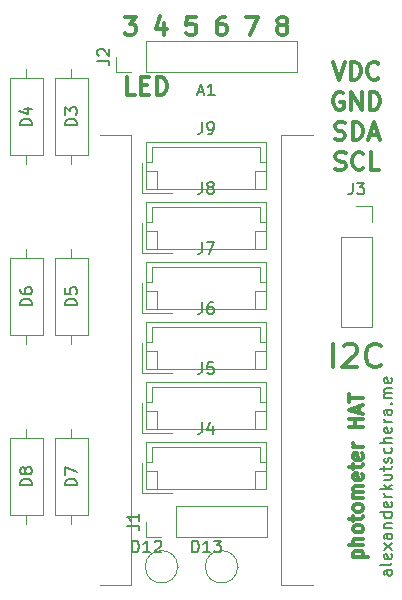
<source format=gbr>
G04 #@! TF.GenerationSoftware,KiCad,Pcbnew,(5.0.0-3-g5ebb6b6)*
G04 #@! TF.CreationDate,2019-02-02T18:47:35+01:00*
G04 #@! TF.ProjectId,tt_nano_HAT,74745F6E616E6F5F4841542E6B696361,rev?*
G04 #@! TF.SameCoordinates,Original*
G04 #@! TF.FileFunction,Legend,Top*
G04 #@! TF.FilePolarity,Positive*
%FSLAX46Y46*%
G04 Gerber Fmt 4.6, Leading zero omitted, Abs format (unit mm)*
G04 Created by KiCad (PCBNEW (5.0.0-3-g5ebb6b6)) date Saturday, 02. February 2019 um 18:47:35*
%MOMM*%
%LPD*%
G01*
G04 APERTURE LIST*
%ADD10C,0.300000*%
%ADD11C,0.200000*%
%ADD12C,0.120000*%
%ADD13C,0.150000*%
G04 APERTURE END LIST*
D10*
X163251428Y-42358571D02*
X164180000Y-42358571D01*
X163680000Y-42930000D01*
X163894285Y-42930000D01*
X164037142Y-43001428D01*
X164108571Y-43072857D01*
X164180000Y-43215714D01*
X164180000Y-43572857D01*
X164108571Y-43715714D01*
X164037142Y-43787142D01*
X163894285Y-43858571D01*
X163465714Y-43858571D01*
X163322857Y-43787142D01*
X163251428Y-43715714D01*
X166608571Y-42858571D02*
X166608571Y-43858571D01*
X166251428Y-42287142D02*
X165894285Y-43358571D01*
X166822857Y-43358571D01*
X169251428Y-42358571D02*
X168537142Y-42358571D01*
X168465714Y-43072857D01*
X168537142Y-43001428D01*
X168680000Y-42930000D01*
X169037142Y-42930000D01*
X169180000Y-43001428D01*
X169251428Y-43072857D01*
X169322857Y-43215714D01*
X169322857Y-43572857D01*
X169251428Y-43715714D01*
X169180000Y-43787142D01*
X169037142Y-43858571D01*
X168680000Y-43858571D01*
X168537142Y-43787142D01*
X168465714Y-43715714D01*
X171751428Y-42358571D02*
X171465714Y-42358571D01*
X171322857Y-42430000D01*
X171251428Y-42501428D01*
X171108571Y-42715714D01*
X171037142Y-43001428D01*
X171037142Y-43572857D01*
X171108571Y-43715714D01*
X171180000Y-43787142D01*
X171322857Y-43858571D01*
X171608571Y-43858571D01*
X171751428Y-43787142D01*
X171822857Y-43715714D01*
X171894285Y-43572857D01*
X171894285Y-43215714D01*
X171822857Y-43072857D01*
X171751428Y-43001428D01*
X171608571Y-42930000D01*
X171322857Y-42930000D01*
X171180000Y-43001428D01*
X171108571Y-43072857D01*
X171037142Y-43215714D01*
X173537142Y-42358571D02*
X174537142Y-42358571D01*
X173894285Y-43858571D01*
X176465714Y-43001428D02*
X176322857Y-42930000D01*
X176251428Y-42858571D01*
X176180000Y-42715714D01*
X176180000Y-42644285D01*
X176251428Y-42501428D01*
X176322857Y-42430000D01*
X176465714Y-42358571D01*
X176751428Y-42358571D01*
X176894285Y-42430000D01*
X176965714Y-42501428D01*
X177037142Y-42644285D01*
X177037142Y-42715714D01*
X176965714Y-42858571D01*
X176894285Y-42930000D01*
X176751428Y-43001428D01*
X176465714Y-43001428D01*
X176322857Y-43072857D01*
X176251428Y-43144285D01*
X176180000Y-43287142D01*
X176180000Y-43572857D01*
X176251428Y-43715714D01*
X176322857Y-43787142D01*
X176465714Y-43858571D01*
X176751428Y-43858571D01*
X176894285Y-43787142D01*
X176965714Y-43715714D01*
X177037142Y-43572857D01*
X177037142Y-43287142D01*
X176965714Y-43144285D01*
X176894285Y-43072857D01*
X176751428Y-43001428D01*
X182622857Y-88108571D02*
X183822857Y-88108571D01*
X182680000Y-88108571D02*
X182622857Y-87994285D01*
X182622857Y-87765714D01*
X182680000Y-87651428D01*
X182737142Y-87594285D01*
X182851428Y-87537142D01*
X183194285Y-87537142D01*
X183308571Y-87594285D01*
X183365714Y-87651428D01*
X183422857Y-87765714D01*
X183422857Y-87994285D01*
X183365714Y-88108571D01*
X183422857Y-87022857D02*
X182222857Y-87022857D01*
X183422857Y-86508571D02*
X182794285Y-86508571D01*
X182680000Y-86565714D01*
X182622857Y-86680000D01*
X182622857Y-86851428D01*
X182680000Y-86965714D01*
X182737142Y-87022857D01*
X183422857Y-85765714D02*
X183365714Y-85880000D01*
X183308571Y-85937142D01*
X183194285Y-85994285D01*
X182851428Y-85994285D01*
X182737142Y-85937142D01*
X182680000Y-85880000D01*
X182622857Y-85765714D01*
X182622857Y-85594285D01*
X182680000Y-85480000D01*
X182737142Y-85422857D01*
X182851428Y-85365714D01*
X183194285Y-85365714D01*
X183308571Y-85422857D01*
X183365714Y-85480000D01*
X183422857Y-85594285D01*
X183422857Y-85765714D01*
X182622857Y-85022857D02*
X182622857Y-84565714D01*
X182222857Y-84851428D02*
X183251428Y-84851428D01*
X183365714Y-84794285D01*
X183422857Y-84680000D01*
X183422857Y-84565714D01*
X183422857Y-83994285D02*
X183365714Y-84108571D01*
X183308571Y-84165714D01*
X183194285Y-84222857D01*
X182851428Y-84222857D01*
X182737142Y-84165714D01*
X182680000Y-84108571D01*
X182622857Y-83994285D01*
X182622857Y-83822857D01*
X182680000Y-83708571D01*
X182737142Y-83651428D01*
X182851428Y-83594285D01*
X183194285Y-83594285D01*
X183308571Y-83651428D01*
X183365714Y-83708571D01*
X183422857Y-83822857D01*
X183422857Y-83994285D01*
X183422857Y-83080000D02*
X182622857Y-83080000D01*
X182737142Y-83080000D02*
X182680000Y-83022857D01*
X182622857Y-82908571D01*
X182622857Y-82737142D01*
X182680000Y-82622857D01*
X182794285Y-82565714D01*
X183422857Y-82565714D01*
X182794285Y-82565714D02*
X182680000Y-82508571D01*
X182622857Y-82394285D01*
X182622857Y-82222857D01*
X182680000Y-82108571D01*
X182794285Y-82051428D01*
X183422857Y-82051428D01*
X183365714Y-81022857D02*
X183422857Y-81137142D01*
X183422857Y-81365714D01*
X183365714Y-81480000D01*
X183251428Y-81537142D01*
X182794285Y-81537142D01*
X182680000Y-81480000D01*
X182622857Y-81365714D01*
X182622857Y-81137142D01*
X182680000Y-81022857D01*
X182794285Y-80965714D01*
X182908571Y-80965714D01*
X183022857Y-81537142D01*
X182622857Y-80622857D02*
X182622857Y-80165714D01*
X182222857Y-80451428D02*
X183251428Y-80451428D01*
X183365714Y-80394285D01*
X183422857Y-80280000D01*
X183422857Y-80165714D01*
X183365714Y-79308571D02*
X183422857Y-79422857D01*
X183422857Y-79651428D01*
X183365714Y-79765714D01*
X183251428Y-79822857D01*
X182794285Y-79822857D01*
X182680000Y-79765714D01*
X182622857Y-79651428D01*
X182622857Y-79422857D01*
X182680000Y-79308571D01*
X182794285Y-79251428D01*
X182908571Y-79251428D01*
X183022857Y-79822857D01*
X183422857Y-78737142D02*
X182622857Y-78737142D01*
X182851428Y-78737142D02*
X182737142Y-78680000D01*
X182680000Y-78622857D01*
X182622857Y-78508571D01*
X182622857Y-78394285D01*
X183422857Y-77080000D02*
X182222857Y-77080000D01*
X182794285Y-77080000D02*
X182794285Y-76394285D01*
X183422857Y-76394285D02*
X182222857Y-76394285D01*
X183080000Y-75880000D02*
X183080000Y-75308571D01*
X183422857Y-75994285D02*
X182222857Y-75594285D01*
X183422857Y-75194285D01*
X182222857Y-74965714D02*
X182222857Y-74280000D01*
X183422857Y-74622857D02*
X182222857Y-74622857D01*
D11*
X185872380Y-89208571D02*
X185348571Y-89208571D01*
X185253333Y-89256190D01*
X185205714Y-89351428D01*
X185205714Y-89541904D01*
X185253333Y-89637142D01*
X185824761Y-89208571D02*
X185872380Y-89303809D01*
X185872380Y-89541904D01*
X185824761Y-89637142D01*
X185729523Y-89684761D01*
X185634285Y-89684761D01*
X185539047Y-89637142D01*
X185491428Y-89541904D01*
X185491428Y-89303809D01*
X185443809Y-89208571D01*
X185872380Y-88589523D02*
X185824761Y-88684761D01*
X185729523Y-88732380D01*
X184872380Y-88732380D01*
X185824761Y-87827619D02*
X185872380Y-87922857D01*
X185872380Y-88113333D01*
X185824761Y-88208571D01*
X185729523Y-88256190D01*
X185348571Y-88256190D01*
X185253333Y-88208571D01*
X185205714Y-88113333D01*
X185205714Y-87922857D01*
X185253333Y-87827619D01*
X185348571Y-87780000D01*
X185443809Y-87780000D01*
X185539047Y-88256190D01*
X185872380Y-87446666D02*
X185205714Y-86922857D01*
X185205714Y-87446666D02*
X185872380Y-86922857D01*
X185872380Y-86113333D02*
X185348571Y-86113333D01*
X185253333Y-86160952D01*
X185205714Y-86256190D01*
X185205714Y-86446666D01*
X185253333Y-86541904D01*
X185824761Y-86113333D02*
X185872380Y-86208571D01*
X185872380Y-86446666D01*
X185824761Y-86541904D01*
X185729523Y-86589523D01*
X185634285Y-86589523D01*
X185539047Y-86541904D01*
X185491428Y-86446666D01*
X185491428Y-86208571D01*
X185443809Y-86113333D01*
X185205714Y-85637142D02*
X185872380Y-85637142D01*
X185300952Y-85637142D02*
X185253333Y-85589523D01*
X185205714Y-85494285D01*
X185205714Y-85351428D01*
X185253333Y-85256190D01*
X185348571Y-85208571D01*
X185872380Y-85208571D01*
X185872380Y-84303809D02*
X184872380Y-84303809D01*
X185824761Y-84303809D02*
X185872380Y-84399047D01*
X185872380Y-84589523D01*
X185824761Y-84684761D01*
X185777142Y-84732380D01*
X185681904Y-84780000D01*
X185396190Y-84780000D01*
X185300952Y-84732380D01*
X185253333Y-84684761D01*
X185205714Y-84589523D01*
X185205714Y-84399047D01*
X185253333Y-84303809D01*
X185824761Y-83446666D02*
X185872380Y-83541904D01*
X185872380Y-83732380D01*
X185824761Y-83827619D01*
X185729523Y-83875238D01*
X185348571Y-83875238D01*
X185253333Y-83827619D01*
X185205714Y-83732380D01*
X185205714Y-83541904D01*
X185253333Y-83446666D01*
X185348571Y-83399047D01*
X185443809Y-83399047D01*
X185539047Y-83875238D01*
X185872380Y-82970476D02*
X185205714Y-82970476D01*
X185396190Y-82970476D02*
X185300952Y-82922857D01*
X185253333Y-82875238D01*
X185205714Y-82780000D01*
X185205714Y-82684761D01*
X185872380Y-82351428D02*
X184872380Y-82351428D01*
X185491428Y-82256190D02*
X185872380Y-81970476D01*
X185205714Y-81970476D02*
X185586666Y-82351428D01*
X185205714Y-81113333D02*
X185872380Y-81113333D01*
X185205714Y-81541904D02*
X185729523Y-81541904D01*
X185824761Y-81494285D01*
X185872380Y-81399047D01*
X185872380Y-81256190D01*
X185824761Y-81160952D01*
X185777142Y-81113333D01*
X185205714Y-80780000D02*
X185205714Y-80399047D01*
X184872380Y-80637142D02*
X185729523Y-80637142D01*
X185824761Y-80589523D01*
X185872380Y-80494285D01*
X185872380Y-80399047D01*
X185824761Y-80113333D02*
X185872380Y-80018095D01*
X185872380Y-79827619D01*
X185824761Y-79732380D01*
X185729523Y-79684761D01*
X185681904Y-79684761D01*
X185586666Y-79732380D01*
X185539047Y-79827619D01*
X185539047Y-79970476D01*
X185491428Y-80065714D01*
X185396190Y-80113333D01*
X185348571Y-80113333D01*
X185253333Y-80065714D01*
X185205714Y-79970476D01*
X185205714Y-79827619D01*
X185253333Y-79732380D01*
X185824761Y-78827619D02*
X185872380Y-78922857D01*
X185872380Y-79113333D01*
X185824761Y-79208571D01*
X185777142Y-79256190D01*
X185681904Y-79303809D01*
X185396190Y-79303809D01*
X185300952Y-79256190D01*
X185253333Y-79208571D01*
X185205714Y-79113333D01*
X185205714Y-78922857D01*
X185253333Y-78827619D01*
X185872380Y-78399047D02*
X184872380Y-78399047D01*
X185872380Y-77970476D02*
X185348571Y-77970476D01*
X185253333Y-78018095D01*
X185205714Y-78113333D01*
X185205714Y-78256190D01*
X185253333Y-78351428D01*
X185300952Y-78399047D01*
X185824761Y-77113333D02*
X185872380Y-77208571D01*
X185872380Y-77399047D01*
X185824761Y-77494285D01*
X185729523Y-77541904D01*
X185348571Y-77541904D01*
X185253333Y-77494285D01*
X185205714Y-77399047D01*
X185205714Y-77208571D01*
X185253333Y-77113333D01*
X185348571Y-77065714D01*
X185443809Y-77065714D01*
X185539047Y-77541904D01*
X185872380Y-76637142D02*
X185205714Y-76637142D01*
X185396190Y-76637142D02*
X185300952Y-76589523D01*
X185253333Y-76541904D01*
X185205714Y-76446666D01*
X185205714Y-76351428D01*
X185872380Y-75589523D02*
X185348571Y-75589523D01*
X185253333Y-75637142D01*
X185205714Y-75732380D01*
X185205714Y-75922857D01*
X185253333Y-76018095D01*
X185824761Y-75589523D02*
X185872380Y-75684761D01*
X185872380Y-75922857D01*
X185824761Y-76018095D01*
X185729523Y-76065714D01*
X185634285Y-76065714D01*
X185539047Y-76018095D01*
X185491428Y-75922857D01*
X185491428Y-75684761D01*
X185443809Y-75589523D01*
X185777142Y-75113333D02*
X185824761Y-75065714D01*
X185872380Y-75113333D01*
X185824761Y-75160952D01*
X185777142Y-75113333D01*
X185872380Y-75113333D01*
X185872380Y-74637142D02*
X185205714Y-74637142D01*
X185300952Y-74637142D02*
X185253333Y-74589523D01*
X185205714Y-74494285D01*
X185205714Y-74351428D01*
X185253333Y-74256190D01*
X185348571Y-74208571D01*
X185872380Y-74208571D01*
X185348571Y-74208571D02*
X185253333Y-74160952D01*
X185205714Y-74065714D01*
X185205714Y-73922857D01*
X185253333Y-73827619D01*
X185348571Y-73780000D01*
X185872380Y-73780000D01*
X185824761Y-72922857D02*
X185872380Y-73018095D01*
X185872380Y-73208571D01*
X185824761Y-73303809D01*
X185729523Y-73351428D01*
X185348571Y-73351428D01*
X185253333Y-73303809D01*
X185205714Y-73208571D01*
X185205714Y-73018095D01*
X185253333Y-72922857D01*
X185348571Y-72875238D01*
X185443809Y-72875238D01*
X185539047Y-73351428D01*
D10*
X180880000Y-46153571D02*
X181380000Y-47653571D01*
X181880000Y-46153571D01*
X182380000Y-47653571D02*
X182380000Y-46153571D01*
X182737142Y-46153571D01*
X182951428Y-46225000D01*
X183094285Y-46367857D01*
X183165714Y-46510714D01*
X183237142Y-46796428D01*
X183237142Y-47010714D01*
X183165714Y-47296428D01*
X183094285Y-47439285D01*
X182951428Y-47582142D01*
X182737142Y-47653571D01*
X182380000Y-47653571D01*
X184737142Y-47510714D02*
X184665714Y-47582142D01*
X184451428Y-47653571D01*
X184308571Y-47653571D01*
X184094285Y-47582142D01*
X183951428Y-47439285D01*
X183880000Y-47296428D01*
X183808571Y-47010714D01*
X183808571Y-46796428D01*
X183880000Y-46510714D01*
X183951428Y-46367857D01*
X184094285Y-46225000D01*
X184308571Y-46153571D01*
X184451428Y-46153571D01*
X184665714Y-46225000D01*
X184737142Y-46296428D01*
X181737142Y-48775000D02*
X181594285Y-48703571D01*
X181380000Y-48703571D01*
X181165714Y-48775000D01*
X181022857Y-48917857D01*
X180951428Y-49060714D01*
X180880000Y-49346428D01*
X180880000Y-49560714D01*
X180951428Y-49846428D01*
X181022857Y-49989285D01*
X181165714Y-50132142D01*
X181380000Y-50203571D01*
X181522857Y-50203571D01*
X181737142Y-50132142D01*
X181808571Y-50060714D01*
X181808571Y-49560714D01*
X181522857Y-49560714D01*
X182451428Y-50203571D02*
X182451428Y-48703571D01*
X183308571Y-50203571D01*
X183308571Y-48703571D01*
X184022857Y-50203571D02*
X184022857Y-48703571D01*
X184380000Y-48703571D01*
X184594285Y-48775000D01*
X184737142Y-48917857D01*
X184808571Y-49060714D01*
X184880000Y-49346428D01*
X184880000Y-49560714D01*
X184808571Y-49846428D01*
X184737142Y-49989285D01*
X184594285Y-50132142D01*
X184380000Y-50203571D01*
X184022857Y-50203571D01*
X181058571Y-52682142D02*
X181272857Y-52753571D01*
X181630000Y-52753571D01*
X181772857Y-52682142D01*
X181844285Y-52610714D01*
X181915714Y-52467857D01*
X181915714Y-52325000D01*
X181844285Y-52182142D01*
X181772857Y-52110714D01*
X181630000Y-52039285D01*
X181344285Y-51967857D01*
X181201428Y-51896428D01*
X181130000Y-51825000D01*
X181058571Y-51682142D01*
X181058571Y-51539285D01*
X181130000Y-51396428D01*
X181201428Y-51325000D01*
X181344285Y-51253571D01*
X181701428Y-51253571D01*
X181915714Y-51325000D01*
X182558571Y-52753571D02*
X182558571Y-51253571D01*
X182915714Y-51253571D01*
X183130000Y-51325000D01*
X183272857Y-51467857D01*
X183344285Y-51610714D01*
X183415714Y-51896428D01*
X183415714Y-52110714D01*
X183344285Y-52396428D01*
X183272857Y-52539285D01*
X183130000Y-52682142D01*
X182915714Y-52753571D01*
X182558571Y-52753571D01*
X183987142Y-52325000D02*
X184701428Y-52325000D01*
X183844285Y-52753571D02*
X184344285Y-51253571D01*
X184844285Y-52753571D01*
X181094285Y-55232142D02*
X181308571Y-55303571D01*
X181665714Y-55303571D01*
X181808571Y-55232142D01*
X181880000Y-55160714D01*
X181951428Y-55017857D01*
X181951428Y-54875000D01*
X181880000Y-54732142D01*
X181808571Y-54660714D01*
X181665714Y-54589285D01*
X181380000Y-54517857D01*
X181237142Y-54446428D01*
X181165714Y-54375000D01*
X181094285Y-54232142D01*
X181094285Y-54089285D01*
X181165714Y-53946428D01*
X181237142Y-53875000D01*
X181380000Y-53803571D01*
X181737142Y-53803571D01*
X181951428Y-53875000D01*
X183451428Y-55160714D02*
X183380000Y-55232142D01*
X183165714Y-55303571D01*
X183022857Y-55303571D01*
X182808571Y-55232142D01*
X182665714Y-55089285D01*
X182594285Y-54946428D01*
X182522857Y-54660714D01*
X182522857Y-54446428D01*
X182594285Y-54160714D01*
X182665714Y-54017857D01*
X182808571Y-53875000D01*
X183022857Y-53803571D01*
X183165714Y-53803571D01*
X183380000Y-53875000D01*
X183451428Y-53946428D01*
X184808571Y-55303571D02*
X184094285Y-55303571D01*
X184094285Y-53803571D01*
X164135714Y-48938571D02*
X163421428Y-48938571D01*
X163421428Y-47438571D01*
X164635714Y-48152857D02*
X165135714Y-48152857D01*
X165350000Y-48938571D02*
X164635714Y-48938571D01*
X164635714Y-47438571D01*
X165350000Y-47438571D01*
X165992857Y-48938571D02*
X165992857Y-47438571D01*
X166350000Y-47438571D01*
X166564285Y-47510000D01*
X166707142Y-47652857D01*
X166778571Y-47795714D01*
X166850000Y-48081428D01*
X166850000Y-48295714D01*
X166778571Y-48581428D01*
X166707142Y-48724285D01*
X166564285Y-48867142D01*
X166350000Y-48938571D01*
X165992857Y-48938571D01*
X180927619Y-72024761D02*
X180927619Y-70024761D01*
X181784761Y-70215238D02*
X181880000Y-70120000D01*
X182070476Y-70024761D01*
X182546666Y-70024761D01*
X182737142Y-70120000D01*
X182832380Y-70215238D01*
X182927619Y-70405714D01*
X182927619Y-70596190D01*
X182832380Y-70881904D01*
X181689523Y-72024761D01*
X182927619Y-72024761D01*
X184927619Y-71834285D02*
X184832380Y-71929523D01*
X184546666Y-72024761D01*
X184356190Y-72024761D01*
X184070476Y-71929523D01*
X183880000Y-71739047D01*
X183784761Y-71548571D01*
X183689523Y-71167619D01*
X183689523Y-70881904D01*
X183784761Y-70500952D01*
X183880000Y-70310476D01*
X184070476Y-70120000D01*
X184356190Y-70024761D01*
X184546666Y-70024761D01*
X184832380Y-70120000D01*
X184927619Y-70215238D01*
D12*
G04 #@! TO.C,A1*
X163800000Y-54885001D02*
X163800000Y-52345001D01*
X163800000Y-52345001D02*
X161130000Y-52345001D01*
X176500000Y-52345001D02*
X179170000Y-52345001D01*
X176500000Y-52345001D02*
X176500000Y-90445001D01*
X176500000Y-90445001D02*
X179170000Y-90445001D01*
X163800000Y-54885001D02*
X163800000Y-90445001D01*
X163800000Y-90445001D02*
X161130000Y-90445001D01*
G04 #@! TO.C,D4*
X154940000Y-46760000D02*
X154940000Y-47530000D01*
X154940000Y-54840000D02*
X154940000Y-54070000D01*
X153570000Y-47530000D02*
X153570000Y-54070000D01*
X156310000Y-47530000D02*
X153570000Y-47530000D01*
X156310000Y-54070000D02*
X156310000Y-47530000D01*
X153570000Y-54070000D02*
X156310000Y-54070000D01*
G04 #@! TO.C,J2*
X177860000Y-47050000D02*
X177860000Y-44390000D01*
X165100000Y-47050000D02*
X177860000Y-47050000D01*
X165100000Y-44390000D02*
X177860000Y-44390000D01*
X165100000Y-47050000D02*
X165100000Y-44390000D01*
X163830000Y-47050000D02*
X162500000Y-47050000D01*
X162500000Y-47050000D02*
X162500000Y-45720000D01*
G04 #@! TO.C,J3*
X181550000Y-60960000D02*
X184210000Y-60960000D01*
X181550000Y-60960000D02*
X181550000Y-68640000D01*
X181550000Y-68640000D02*
X184210000Y-68640000D01*
X184210000Y-60960000D02*
X184210000Y-68640000D01*
X184210000Y-58360000D02*
X184210000Y-59690000D01*
X182880000Y-58360000D02*
X184210000Y-58360000D01*
G04 #@! TO.C,J4*
X164730000Y-82620000D02*
X167230000Y-82620000D01*
X164730000Y-80120000D02*
X164730000Y-82620000D01*
X174250000Y-80820000D02*
X174250000Y-82320000D01*
X175250000Y-80820000D02*
X174250000Y-80820000D01*
X166030000Y-80820000D02*
X166030000Y-82320000D01*
X165030000Y-80820000D02*
X166030000Y-80820000D01*
X174750000Y-80010000D02*
X175250000Y-80010000D01*
X174750000Y-78800000D02*
X174750000Y-80010000D01*
X165530000Y-78800000D02*
X174750000Y-78800000D01*
X165530000Y-80010000D02*
X165530000Y-78800000D01*
X165030000Y-80010000D02*
X165530000Y-80010000D01*
X175250000Y-78300000D02*
X165030000Y-78300000D01*
X175250000Y-82320000D02*
X175250000Y-78300000D01*
X165030000Y-82320000D02*
X175250000Y-82320000D01*
X165030000Y-78300000D02*
X165030000Y-82320000D01*
G04 #@! TO.C,J5*
X165030000Y-73220000D02*
X165030000Y-77240000D01*
X165030000Y-77240000D02*
X175250000Y-77240000D01*
X175250000Y-77240000D02*
X175250000Y-73220000D01*
X175250000Y-73220000D02*
X165030000Y-73220000D01*
X165030000Y-74930000D02*
X165530000Y-74930000D01*
X165530000Y-74930000D02*
X165530000Y-73720000D01*
X165530000Y-73720000D02*
X174750000Y-73720000D01*
X174750000Y-73720000D02*
X174750000Y-74930000D01*
X174750000Y-74930000D02*
X175250000Y-74930000D01*
X165030000Y-75740000D02*
X166030000Y-75740000D01*
X166030000Y-75740000D02*
X166030000Y-77240000D01*
X175250000Y-75740000D02*
X174250000Y-75740000D01*
X174250000Y-75740000D02*
X174250000Y-77240000D01*
X164730000Y-75040000D02*
X164730000Y-77540000D01*
X164730000Y-77540000D02*
X167230000Y-77540000D01*
G04 #@! TO.C,J6*
X164730000Y-72460000D02*
X167230000Y-72460000D01*
X164730000Y-69960000D02*
X164730000Y-72460000D01*
X174250000Y-70660000D02*
X174250000Y-72160000D01*
X175250000Y-70660000D02*
X174250000Y-70660000D01*
X166030000Y-70660000D02*
X166030000Y-72160000D01*
X165030000Y-70660000D02*
X166030000Y-70660000D01*
X174750000Y-69850000D02*
X175250000Y-69850000D01*
X174750000Y-68640000D02*
X174750000Y-69850000D01*
X165530000Y-68640000D02*
X174750000Y-68640000D01*
X165530000Y-69850000D02*
X165530000Y-68640000D01*
X165030000Y-69850000D02*
X165530000Y-69850000D01*
X175250000Y-68140000D02*
X165030000Y-68140000D01*
X175250000Y-72160000D02*
X175250000Y-68140000D01*
X165030000Y-72160000D02*
X175250000Y-72160000D01*
X165030000Y-68140000D02*
X165030000Y-72160000D01*
G04 #@! TO.C,J7*
X165030000Y-63060000D02*
X165030000Y-67080000D01*
X165030000Y-67080000D02*
X175250000Y-67080000D01*
X175250000Y-67080000D02*
X175250000Y-63060000D01*
X175250000Y-63060000D02*
X165030000Y-63060000D01*
X165030000Y-64770000D02*
X165530000Y-64770000D01*
X165530000Y-64770000D02*
X165530000Y-63560000D01*
X165530000Y-63560000D02*
X174750000Y-63560000D01*
X174750000Y-63560000D02*
X174750000Y-64770000D01*
X174750000Y-64770000D02*
X175250000Y-64770000D01*
X165030000Y-65580000D02*
X166030000Y-65580000D01*
X166030000Y-65580000D02*
X166030000Y-67080000D01*
X175250000Y-65580000D02*
X174250000Y-65580000D01*
X174250000Y-65580000D02*
X174250000Y-67080000D01*
X164730000Y-64880000D02*
X164730000Y-67380000D01*
X164730000Y-67380000D02*
X167230000Y-67380000D01*
G04 #@! TO.C,J8*
X164730000Y-62300000D02*
X167230000Y-62300000D01*
X164730000Y-59800000D02*
X164730000Y-62300000D01*
X174250000Y-60500000D02*
X174250000Y-62000000D01*
X175250000Y-60500000D02*
X174250000Y-60500000D01*
X166030000Y-60500000D02*
X166030000Y-62000000D01*
X165030000Y-60500000D02*
X166030000Y-60500000D01*
X174750000Y-59690000D02*
X175250000Y-59690000D01*
X174750000Y-58480000D02*
X174750000Y-59690000D01*
X165530000Y-58480000D02*
X174750000Y-58480000D01*
X165530000Y-59690000D02*
X165530000Y-58480000D01*
X165030000Y-59690000D02*
X165530000Y-59690000D01*
X175250000Y-57980000D02*
X165030000Y-57980000D01*
X175250000Y-62000000D02*
X175250000Y-57980000D01*
X165030000Y-62000000D02*
X175250000Y-62000000D01*
X165030000Y-57980000D02*
X165030000Y-62000000D01*
G04 #@! TO.C,J9*
X165030000Y-52900000D02*
X165030000Y-56920000D01*
X165030000Y-56920000D02*
X175250000Y-56920000D01*
X175250000Y-56920000D02*
X175250000Y-52900000D01*
X175250000Y-52900000D02*
X165030000Y-52900000D01*
X165030000Y-54610000D02*
X165530000Y-54610000D01*
X165530000Y-54610000D02*
X165530000Y-53400000D01*
X165530000Y-53400000D02*
X174750000Y-53400000D01*
X174750000Y-53400000D02*
X174750000Y-54610000D01*
X174750000Y-54610000D02*
X175250000Y-54610000D01*
X165030000Y-55420000D02*
X166030000Y-55420000D01*
X166030000Y-55420000D02*
X166030000Y-56920000D01*
X175250000Y-55420000D02*
X174250000Y-55420000D01*
X174250000Y-55420000D02*
X174250000Y-56920000D01*
X164730000Y-54720000D02*
X164730000Y-57220000D01*
X164730000Y-57220000D02*
X167230000Y-57220000D01*
G04 #@! TO.C,D3*
X157380000Y-54070000D02*
X160120000Y-54070000D01*
X160120000Y-54070000D02*
X160120000Y-47530000D01*
X160120000Y-47530000D02*
X157380000Y-47530000D01*
X157380000Y-47530000D02*
X157380000Y-54070000D01*
X158750000Y-54840000D02*
X158750000Y-54070000D01*
X158750000Y-46760000D02*
X158750000Y-47530000D01*
G04 #@! TO.C,D5*
X157380000Y-69310000D02*
X160120000Y-69310000D01*
X160120000Y-69310000D02*
X160120000Y-62770000D01*
X160120000Y-62770000D02*
X157380000Y-62770000D01*
X157380000Y-62770000D02*
X157380000Y-69310000D01*
X158750000Y-70080000D02*
X158750000Y-69310000D01*
X158750000Y-62000000D02*
X158750000Y-62770000D01*
G04 #@! TO.C,D6*
X154940000Y-62000000D02*
X154940000Y-62770000D01*
X154940000Y-70080000D02*
X154940000Y-69310000D01*
X153570000Y-62770000D02*
X153570000Y-69310000D01*
X156310000Y-62770000D02*
X153570000Y-62770000D01*
X156310000Y-69310000D02*
X156310000Y-62770000D01*
X153570000Y-69310000D02*
X156310000Y-69310000D01*
G04 #@! TO.C,D7*
X157380000Y-84550000D02*
X160120000Y-84550000D01*
X160120000Y-84550000D02*
X160120000Y-78010000D01*
X160120000Y-78010000D02*
X157380000Y-78010000D01*
X157380000Y-78010000D02*
X157380000Y-84550000D01*
X158750000Y-85320000D02*
X158750000Y-84550000D01*
X158750000Y-77240000D02*
X158750000Y-78010000D01*
G04 #@! TO.C,D8*
X154940000Y-77240000D02*
X154940000Y-78010000D01*
X154940000Y-85320000D02*
X154940000Y-84550000D01*
X153570000Y-78010000D02*
X153570000Y-84550000D01*
X156310000Y-78010000D02*
X153570000Y-78010000D01*
X156310000Y-84550000D02*
X156310000Y-78010000D01*
X153570000Y-84550000D02*
X156310000Y-84550000D01*
G04 #@! TO.C,J1*
X175320000Y-86420000D02*
X175320000Y-83760000D01*
X167640000Y-86420000D02*
X175320000Y-86420000D01*
X167640000Y-83760000D02*
X175320000Y-83760000D01*
X167640000Y-86420000D02*
X167640000Y-83760000D01*
X166370000Y-86420000D02*
X165040000Y-86420000D01*
X165040000Y-86420000D02*
X165040000Y-85090000D01*
G04 #@! TO.C,D12*
X167740000Y-88900000D02*
G75*
G03X167740000Y-88900000I-1370000J0D01*
G01*
X167740000Y-88900000D02*
X167810000Y-88900000D01*
G04 #@! TO.C,D13*
X172820000Y-88900000D02*
X172890000Y-88900000D01*
X172820000Y-88900000D02*
G75*
G03X172820000Y-88900000I-1370000J0D01*
G01*
G04 #@! TO.C,A1*
D13*
X169435714Y-48701667D02*
X169911904Y-48701667D01*
X169340476Y-48987381D02*
X169673809Y-47987381D01*
X170007142Y-48987381D01*
X170864285Y-48987381D02*
X170292857Y-48987381D01*
X170578571Y-48987381D02*
X170578571Y-47987381D01*
X170483333Y-48130239D01*
X170388095Y-48225477D01*
X170292857Y-48273096D01*
G04 #@! TO.C,D4*
X155392380Y-51538095D02*
X154392380Y-51538095D01*
X154392380Y-51300000D01*
X154440000Y-51157142D01*
X154535238Y-51061904D01*
X154630476Y-51014285D01*
X154820952Y-50966666D01*
X154963809Y-50966666D01*
X155154285Y-51014285D01*
X155249523Y-51061904D01*
X155344761Y-51157142D01*
X155392380Y-51300000D01*
X155392380Y-51538095D01*
X154725714Y-50109523D02*
X155392380Y-50109523D01*
X154344761Y-50347619D02*
X155059047Y-50585714D01*
X155059047Y-49966666D01*
G04 #@! TO.C,J2*
X160952380Y-46053333D02*
X161666666Y-46053333D01*
X161809523Y-46100952D01*
X161904761Y-46196190D01*
X161952380Y-46339047D01*
X161952380Y-46434285D01*
X161047619Y-45624761D02*
X161000000Y-45577142D01*
X160952380Y-45481904D01*
X160952380Y-45243809D01*
X161000000Y-45148571D01*
X161047619Y-45100952D01*
X161142857Y-45053333D01*
X161238095Y-45053333D01*
X161380952Y-45100952D01*
X161952380Y-45672380D01*
X161952380Y-45053333D01*
G04 #@! TO.C,J3*
X182546666Y-56372380D02*
X182546666Y-57086666D01*
X182499047Y-57229523D01*
X182403809Y-57324761D01*
X182260952Y-57372380D01*
X182165714Y-57372380D01*
X182927619Y-56372380D02*
X183546666Y-56372380D01*
X183213333Y-56753333D01*
X183356190Y-56753333D01*
X183451428Y-56800952D01*
X183499047Y-56848571D01*
X183546666Y-56943809D01*
X183546666Y-57181904D01*
X183499047Y-57277142D01*
X183451428Y-57324761D01*
X183356190Y-57372380D01*
X183070476Y-57372380D01*
X182975238Y-57324761D01*
X182927619Y-57277142D01*
G04 #@! TO.C,J4*
X169806666Y-76662380D02*
X169806666Y-77376666D01*
X169759047Y-77519523D01*
X169663809Y-77614761D01*
X169520952Y-77662380D01*
X169425714Y-77662380D01*
X170711428Y-76995714D02*
X170711428Y-77662380D01*
X170473333Y-76614761D02*
X170235238Y-77329047D01*
X170854285Y-77329047D01*
G04 #@! TO.C,J5*
X169806666Y-71582380D02*
X169806666Y-72296666D01*
X169759047Y-72439523D01*
X169663809Y-72534761D01*
X169520952Y-72582380D01*
X169425714Y-72582380D01*
X170759047Y-71582380D02*
X170282857Y-71582380D01*
X170235238Y-72058571D01*
X170282857Y-72010952D01*
X170378095Y-71963333D01*
X170616190Y-71963333D01*
X170711428Y-72010952D01*
X170759047Y-72058571D01*
X170806666Y-72153809D01*
X170806666Y-72391904D01*
X170759047Y-72487142D01*
X170711428Y-72534761D01*
X170616190Y-72582380D01*
X170378095Y-72582380D01*
X170282857Y-72534761D01*
X170235238Y-72487142D01*
G04 #@! TO.C,J6*
X169806666Y-66502380D02*
X169806666Y-67216666D01*
X169759047Y-67359523D01*
X169663809Y-67454761D01*
X169520952Y-67502380D01*
X169425714Y-67502380D01*
X170711428Y-66502380D02*
X170520952Y-66502380D01*
X170425714Y-66550000D01*
X170378095Y-66597619D01*
X170282857Y-66740476D01*
X170235238Y-66930952D01*
X170235238Y-67311904D01*
X170282857Y-67407142D01*
X170330476Y-67454761D01*
X170425714Y-67502380D01*
X170616190Y-67502380D01*
X170711428Y-67454761D01*
X170759047Y-67407142D01*
X170806666Y-67311904D01*
X170806666Y-67073809D01*
X170759047Y-66978571D01*
X170711428Y-66930952D01*
X170616190Y-66883333D01*
X170425714Y-66883333D01*
X170330476Y-66930952D01*
X170282857Y-66978571D01*
X170235238Y-67073809D01*
G04 #@! TO.C,J7*
X169806666Y-61422380D02*
X169806666Y-62136666D01*
X169759047Y-62279523D01*
X169663809Y-62374761D01*
X169520952Y-62422380D01*
X169425714Y-62422380D01*
X170187619Y-61422380D02*
X170854285Y-61422380D01*
X170425714Y-62422380D01*
G04 #@! TO.C,J8*
X169806666Y-56342380D02*
X169806666Y-57056666D01*
X169759047Y-57199523D01*
X169663809Y-57294761D01*
X169520952Y-57342380D01*
X169425714Y-57342380D01*
X170425714Y-56770952D02*
X170330476Y-56723333D01*
X170282857Y-56675714D01*
X170235238Y-56580476D01*
X170235238Y-56532857D01*
X170282857Y-56437619D01*
X170330476Y-56390000D01*
X170425714Y-56342380D01*
X170616190Y-56342380D01*
X170711428Y-56390000D01*
X170759047Y-56437619D01*
X170806666Y-56532857D01*
X170806666Y-56580476D01*
X170759047Y-56675714D01*
X170711428Y-56723333D01*
X170616190Y-56770952D01*
X170425714Y-56770952D01*
X170330476Y-56818571D01*
X170282857Y-56866190D01*
X170235238Y-56961428D01*
X170235238Y-57151904D01*
X170282857Y-57247142D01*
X170330476Y-57294761D01*
X170425714Y-57342380D01*
X170616190Y-57342380D01*
X170711428Y-57294761D01*
X170759047Y-57247142D01*
X170806666Y-57151904D01*
X170806666Y-56961428D01*
X170759047Y-56866190D01*
X170711428Y-56818571D01*
X170616190Y-56770952D01*
G04 #@! TO.C,J9*
X169806666Y-51262380D02*
X169806666Y-51976666D01*
X169759047Y-52119523D01*
X169663809Y-52214761D01*
X169520952Y-52262380D01*
X169425714Y-52262380D01*
X170330476Y-52262380D02*
X170520952Y-52262380D01*
X170616190Y-52214761D01*
X170663809Y-52167142D01*
X170759047Y-52024285D01*
X170806666Y-51833809D01*
X170806666Y-51452857D01*
X170759047Y-51357619D01*
X170711428Y-51310000D01*
X170616190Y-51262380D01*
X170425714Y-51262380D01*
X170330476Y-51310000D01*
X170282857Y-51357619D01*
X170235238Y-51452857D01*
X170235238Y-51690952D01*
X170282857Y-51786190D01*
X170330476Y-51833809D01*
X170425714Y-51881428D01*
X170616190Y-51881428D01*
X170711428Y-51833809D01*
X170759047Y-51786190D01*
X170806666Y-51690952D01*
G04 #@! TO.C,D3*
X159202380Y-51538095D02*
X158202380Y-51538095D01*
X158202380Y-51300000D01*
X158250000Y-51157142D01*
X158345238Y-51061904D01*
X158440476Y-51014285D01*
X158630952Y-50966666D01*
X158773809Y-50966666D01*
X158964285Y-51014285D01*
X159059523Y-51061904D01*
X159154761Y-51157142D01*
X159202380Y-51300000D01*
X159202380Y-51538095D01*
X158202380Y-50633333D02*
X158202380Y-50014285D01*
X158583333Y-50347619D01*
X158583333Y-50204761D01*
X158630952Y-50109523D01*
X158678571Y-50061904D01*
X158773809Y-50014285D01*
X159011904Y-50014285D01*
X159107142Y-50061904D01*
X159154761Y-50109523D01*
X159202380Y-50204761D01*
X159202380Y-50490476D01*
X159154761Y-50585714D01*
X159107142Y-50633333D01*
G04 #@! TO.C,D5*
X159202380Y-66778095D02*
X158202380Y-66778095D01*
X158202380Y-66540000D01*
X158250000Y-66397142D01*
X158345238Y-66301904D01*
X158440476Y-66254285D01*
X158630952Y-66206666D01*
X158773809Y-66206666D01*
X158964285Y-66254285D01*
X159059523Y-66301904D01*
X159154761Y-66397142D01*
X159202380Y-66540000D01*
X159202380Y-66778095D01*
X158202380Y-65301904D02*
X158202380Y-65778095D01*
X158678571Y-65825714D01*
X158630952Y-65778095D01*
X158583333Y-65682857D01*
X158583333Y-65444761D01*
X158630952Y-65349523D01*
X158678571Y-65301904D01*
X158773809Y-65254285D01*
X159011904Y-65254285D01*
X159107142Y-65301904D01*
X159154761Y-65349523D01*
X159202380Y-65444761D01*
X159202380Y-65682857D01*
X159154761Y-65778095D01*
X159107142Y-65825714D01*
G04 #@! TO.C,D6*
X155392380Y-66778095D02*
X154392380Y-66778095D01*
X154392380Y-66540000D01*
X154440000Y-66397142D01*
X154535238Y-66301904D01*
X154630476Y-66254285D01*
X154820952Y-66206666D01*
X154963809Y-66206666D01*
X155154285Y-66254285D01*
X155249523Y-66301904D01*
X155344761Y-66397142D01*
X155392380Y-66540000D01*
X155392380Y-66778095D01*
X154392380Y-65349523D02*
X154392380Y-65540000D01*
X154440000Y-65635238D01*
X154487619Y-65682857D01*
X154630476Y-65778095D01*
X154820952Y-65825714D01*
X155201904Y-65825714D01*
X155297142Y-65778095D01*
X155344761Y-65730476D01*
X155392380Y-65635238D01*
X155392380Y-65444761D01*
X155344761Y-65349523D01*
X155297142Y-65301904D01*
X155201904Y-65254285D01*
X154963809Y-65254285D01*
X154868571Y-65301904D01*
X154820952Y-65349523D01*
X154773333Y-65444761D01*
X154773333Y-65635238D01*
X154820952Y-65730476D01*
X154868571Y-65778095D01*
X154963809Y-65825714D01*
G04 #@! TO.C,D7*
X159202380Y-82018095D02*
X158202380Y-82018095D01*
X158202380Y-81780000D01*
X158250000Y-81637142D01*
X158345238Y-81541904D01*
X158440476Y-81494285D01*
X158630952Y-81446666D01*
X158773809Y-81446666D01*
X158964285Y-81494285D01*
X159059523Y-81541904D01*
X159154761Y-81637142D01*
X159202380Y-81780000D01*
X159202380Y-82018095D01*
X158202380Y-81113333D02*
X158202380Y-80446666D01*
X159202380Y-80875238D01*
G04 #@! TO.C,D8*
X155392380Y-82018095D02*
X154392380Y-82018095D01*
X154392380Y-81780000D01*
X154440000Y-81637142D01*
X154535238Y-81541904D01*
X154630476Y-81494285D01*
X154820952Y-81446666D01*
X154963809Y-81446666D01*
X155154285Y-81494285D01*
X155249523Y-81541904D01*
X155344761Y-81637142D01*
X155392380Y-81780000D01*
X155392380Y-82018095D01*
X154820952Y-80875238D02*
X154773333Y-80970476D01*
X154725714Y-81018095D01*
X154630476Y-81065714D01*
X154582857Y-81065714D01*
X154487619Y-81018095D01*
X154440000Y-80970476D01*
X154392380Y-80875238D01*
X154392380Y-80684761D01*
X154440000Y-80589523D01*
X154487619Y-80541904D01*
X154582857Y-80494285D01*
X154630476Y-80494285D01*
X154725714Y-80541904D01*
X154773333Y-80589523D01*
X154820952Y-80684761D01*
X154820952Y-80875238D01*
X154868571Y-80970476D01*
X154916190Y-81018095D01*
X155011428Y-81065714D01*
X155201904Y-81065714D01*
X155297142Y-81018095D01*
X155344761Y-80970476D01*
X155392380Y-80875238D01*
X155392380Y-80684761D01*
X155344761Y-80589523D01*
X155297142Y-80541904D01*
X155201904Y-80494285D01*
X155011428Y-80494285D01*
X154916190Y-80541904D01*
X154868571Y-80589523D01*
X154820952Y-80684761D01*
G04 #@! TO.C,J1*
X163492380Y-85423333D02*
X164206666Y-85423333D01*
X164349523Y-85470952D01*
X164444761Y-85566190D01*
X164492380Y-85709047D01*
X164492380Y-85804285D01*
X164492380Y-84423333D02*
X164492380Y-84994761D01*
X164492380Y-84709047D02*
X163492380Y-84709047D01*
X163635238Y-84804285D01*
X163730476Y-84899523D01*
X163778095Y-84994761D01*
G04 #@! TO.C,D12*
X163885714Y-87682380D02*
X163885714Y-86682380D01*
X164123809Y-86682380D01*
X164266666Y-86730000D01*
X164361904Y-86825238D01*
X164409523Y-86920476D01*
X164457142Y-87110952D01*
X164457142Y-87253809D01*
X164409523Y-87444285D01*
X164361904Y-87539523D01*
X164266666Y-87634761D01*
X164123809Y-87682380D01*
X163885714Y-87682380D01*
X165409523Y-87682380D02*
X164838095Y-87682380D01*
X165123809Y-87682380D02*
X165123809Y-86682380D01*
X165028571Y-86825238D01*
X164933333Y-86920476D01*
X164838095Y-86968095D01*
X165790476Y-86777619D02*
X165838095Y-86730000D01*
X165933333Y-86682380D01*
X166171428Y-86682380D01*
X166266666Y-86730000D01*
X166314285Y-86777619D01*
X166361904Y-86872857D01*
X166361904Y-86968095D01*
X166314285Y-87110952D01*
X165742857Y-87682380D01*
X166361904Y-87682380D01*
G04 #@! TO.C,D13*
X168965714Y-87682380D02*
X168965714Y-86682380D01*
X169203809Y-86682380D01*
X169346666Y-86730000D01*
X169441904Y-86825238D01*
X169489523Y-86920476D01*
X169537142Y-87110952D01*
X169537142Y-87253809D01*
X169489523Y-87444285D01*
X169441904Y-87539523D01*
X169346666Y-87634761D01*
X169203809Y-87682380D01*
X168965714Y-87682380D01*
X170489523Y-87682380D02*
X169918095Y-87682380D01*
X170203809Y-87682380D02*
X170203809Y-86682380D01*
X170108571Y-86825238D01*
X170013333Y-86920476D01*
X169918095Y-86968095D01*
X170822857Y-86682380D02*
X171441904Y-86682380D01*
X171108571Y-87063333D01*
X171251428Y-87063333D01*
X171346666Y-87110952D01*
X171394285Y-87158571D01*
X171441904Y-87253809D01*
X171441904Y-87491904D01*
X171394285Y-87587142D01*
X171346666Y-87634761D01*
X171251428Y-87682380D01*
X170965714Y-87682380D01*
X170870476Y-87634761D01*
X170822857Y-87587142D01*
G04 #@! TD*
M02*

</source>
